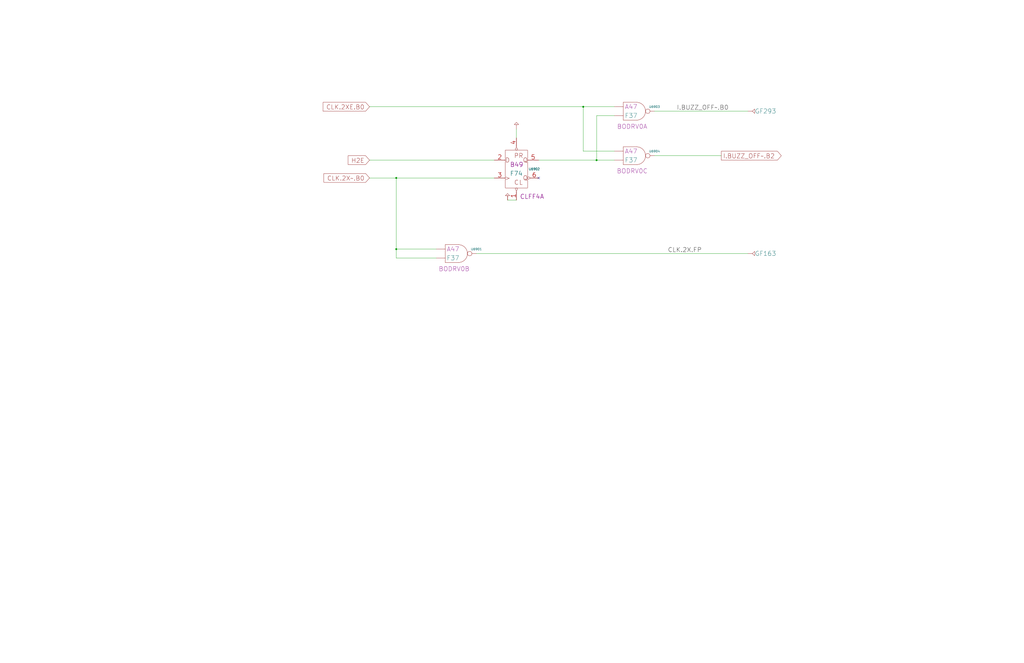
<source format=kicad_sch>
(kicad_sch (version 20230121) (generator eeschema)
  (paper "User" 584.2 378.46)
  (title_block (title "CLOCKS\\nBUZZ OFF") (date "22-SEP-90") (rev "2.0") (comment 1 "IOC") (comment 2 "232-003061") (comment 3 "S400") (comment 4 "RELEASED"))
  (lib_symbols
    (symbol "r1000:F37" (pin_numbers hide) (pin_names (offset 0) hide)
      (property "Reference" "U" (at 15.24 0 0))
      (property "Value" "F37" (at 1.905 -5.08 0))
      (property "Location" "___" (at 1.905 0 0))
      (property "Name" "______" (at 2.54 -12.7 0))
      (symbol "F37_0_1"
        (polyline (pts (xy -2.54 -7.62) (xy 5.08 -7.62)) (stroke (width 0.1524)))
        (polyline (pts (xy -2.54 2.54) (xy -2.54 -7.62)) (stroke (width 0.1524)))
        (polyline (pts (xy -2.54 2.54) (xy 5.08 2.54)) (stroke (width 0.1524)))
        (arc (start 5.08 -7.62) (mid 10.1282 -2.54) (end 5.08 2.54) (stroke (width 0.1524)))
        (circle (center 11.43 -2.54) (radius 1.27) (stroke (width 0.1524)))
      )
      (symbol "F37_0_2"
        (circle (center -3.81 -5.08) (radius 1.27) (stroke (width 0.1524)))
        (circle (center -3.81 0) (radius 1.27) (stroke (width 0.1524)))
        (arc (start -3.175 -7.62) (mid -2.134 -2.54) (end -3.175 2.54) (stroke (width 0.1524)))
        (polyline (pts (xy -3.175 -7.62) (xy 3.81 -7.62)) (stroke (width 0.1524)))
        (polyline (pts (xy -3.175 2.54) (xy 3.81 2.54)) (stroke (width 0.1524)))
        (arc (start 3.81 -7.62) (mid 7.5855 -5.8306) (end 10.16 -2.54) (stroke (width 0.1524)))
        (arc (start 10.16 -2.54) (mid 7.5827 0.7471) (end 3.81 2.54) (stroke (width 0.1524)))
      )
      (symbol "F37_1_1"
        (pin input line (at -7.62 0 0) (length 5.08) (name "D0") (number "1"))
        (pin input line (at -7.62 -5.08 0) (length 5.08) (name "D1") (number "2"))
        (pin output line (at 15.24 -2.54 180) (length 2.54) (name "Q") (number "3"))
      )
      (symbol "F37_1_2"
        (pin input line (at -7.62 0 0) (length 2.54) (name "D0") (number "1"))
        (pin input line (at -7.62 -5.08 0) (length 2.54) (name "D1") (number "2"))
        (pin output line (at 15.24 -2.54 180) (length 5.08) (name "Q") (number "3"))
      )
    )
    (symbol "r1000:F74" (pin_names (offset 1.016) hide)
      (property "Reference" "U" (at 12.7 -2.54 0))
      (property "Value" "F74" (at -1.27 -5.08 0))
      (property "Location" "___" (at -1.27 0 0))
      (property "Name" "______" (at 11.43 -19.685 0))
      (symbol "F74_0_1"
        (rectangle (start -3.81 8.255) (end 8.89 -13.335) (stroke (width 0.1524)))
        (polyline (pts (xy 2.54 -15.24) (xy 2.54 -14.605)) (stroke (width 0.1524)))
        (polyline (pts (xy 2.54 10.16) (xy 2.54 9.525)) (stroke (width 0.1524)))
      )
      (symbol "F74_1_1"
        (circle (center 2.54 -13.97) (radius 0.635))
        (circle (center 2.54 8.89) (radius 0.635))
        (circle (center 9.525 -7.62) (radius 0.635))
        (text ">" (at -2.54 -7.62 0) (effects (font (size 2.54 2.54))))
        (text "C" (at 2.54 -10.16 0) (effects (font (size 2.54 2.54))))
        (text "D" (at -2.54 2.54 0) (effects (font (size 2.54 2.54))))
        (text "L" (at 5.08 -10.16 0) (effects (font (size 2.54 2.54))))
        (text "P" (at 2.54 5.08 0) (effects (font (size 2.54 2.54))))
        (text "Q" (at 7.62 -7.62 0) (effects (font (size 2.54 2.54))))
        (text "Q" (at 7.62 2.54 0) (effects (font (size 2.54 2.54))))
        (text "R" (at 5.08 5.08 0) (effects (font (size 2.54 2.54))))
        (pin input line (at 2.54 -20.32 90) (length 5.08) (name "CL_") (number "1"))
        (pin input line (at -10.16 2.54 0) (length 6.35) (name "D") (number "2"))
        (pin input line (at -10.16 -7.62 0) (length 6.35) (name "CLK") (number "3"))
        (pin input line (at 2.54 15.24 270) (length 5.08) (name "PR_") (number "4"))
        (pin output line (at 15.24 2.54 180) (length 6.35) (name "Q") (number "5"))
        (pin output line (at 15.24 -7.62 180) (length 5.08) (name "Q_") (number "6"))
      )
    )
    (symbol "r1000:GF" (pin_numbers hide) (pin_names (offset 0) hide)
      (property "Reference" "GF" (at 3.81 0 0))
      (symbol "GF_0_1"
        (polyline (pts (xy 2.54 0) (xy 3.81 1.27) (xy 3.81 -1.27) (xy 2.54 0)) (stroke (width 0.1524)))
      )
      (symbol "GF_1_1"
        (pin bidirectional line (at 0 0 0) (length 2.54) (name "") (number "1"))
      )
    )
    (symbol "r1000:PU" (power) (pin_numbers hide) (pin_names hide)
      (symbol "PU_0_1"
        (polyline (pts (xy 0 2.54) (xy -1.27 2.54) (xy 0 3.81) (xy 1.27 2.54) (xy 0 2.54)) (stroke (width 0.1524)))
      )
      (symbol "PU_1_1"
        (pin power_in line (at 0 0 90) (length 2.54) (name "PU") (number "1"))
      )
    )
  )
  (junction (at 226.06 142.24))
  (junction (at 226.06 101.6))
  (junction (at 332.74 60.96))
  (junction (at 340.36 91.44))
  (no_connect (at 307.34 101.6))
  (wire (pts (xy 340.36 91.44) (xy 350.52 91.44)))
  (wire (pts (xy 226.06 101.6) (xy 281.94 101.6)))
  (wire (pts (xy 226.06 147.32) (xy 226.06 142.24)))
  (wire (pts (xy 210.82 91.44) (xy 281.94 91.44)))
  (wire (pts (xy 226.06 142.24) (xy 248.92 142.24)))
  (wire (pts (xy 373.38 88.9) (xy 411.48 88.9)))
  (wire (pts (xy 340.36 66.04) (xy 340.36 91.44)))
  (wire (pts (xy 332.74 86.36) (xy 350.52 86.36)))
  (wire (pts (xy 226.06 142.24) (xy 226.06 101.6)))
  (wire (pts (xy 350.52 66.04) (xy 340.36 66.04)))
  (wire (pts (xy 373.38 63.5) (xy 426.72 63.5)))
  (wire (pts (xy 332.74 60.96) (xy 332.74 86.36)))
  (wire (pts (xy 248.92 147.32) (xy 226.06 147.32)))
  (wire (pts (xy 210.82 101.6) (xy 226.06 101.6)))
  (wire (pts (xy 294.64 73.66) (xy 294.64 78.74)))
  (wire (pts (xy 289.56 114.3) (xy 294.64 114.3)))
  (wire (pts (xy 271.78 144.78) (xy 426.72 144.78)))
  (wire (pts (xy 332.74 60.96) (xy 350.52 60.96)))
  (wire (pts (xy 307.34 91.44) (xy 340.36 91.44)))
  (wire (pts (xy 210.82 60.96) (xy 332.74 60.96)))
  (label "CLK.2X.FP" (at 381 144.78 0) (effects (font (size 2.54 2.54))))
  (label "I.BUZZ_OFF~.B0" (at 386.08 63.5 0) (effects (font (size 2.54 2.54))))
  (global_label "I.BUZZ_OFF~.B2" (shape output) (at 411.48 88.9 0) (effects (font (size 2.54 2.54))) (property "Intersheetrefs" "${INTERSHEET_REFS}" (at 445.6974 88.7413 0) (effects (font (size 1.905 1.905)) (justify left))))
  (global_label "CLK.2X~.B0" (shape input) (at 210.82 101.6 180) (effects (font (size 2.54 2.54))) (property "Intersheetrefs" "${INTERSHEET_REFS}" (at 184.8273 101.4413 0) (effects (font (size 1.905 1.905)) (justify right))))
  (global_label "H2E" (shape input) (at 210.82 91.44 180) (effects (font (size 2.54 2.54))) (property "Intersheetrefs" "${INTERSHEET_REFS}" (at 198.6159 91.2813 0) (effects (font (size 1.905 1.905)) (justify right))))
  (global_label "CLK.2XE.B0" (shape input) (at 210.82 60.96 180) (effects (font (size 2.54 2.54))) (property "Intersheetrefs" "${INTERSHEET_REFS}" (at 184.3435 60.8013 0) (effects (font (size 1.905 1.905)) (justify right))))
  (symbol (lib_id "r1000:GF") (at 426.72 63.5 0) (unit 1)
    (property "Reference" "GF293" (at 430.53 63.5 0) (effects (font (size 2.54 2.54)) (justify left)))
    (property "Value" "GF" (effects hide))
  )
  (symbol (lib_id "r1000:PU") (at 289.56 114.3 0) (unit 1)
    (property "Reference" "#PWR06901" (effects hide))
    (property "Value" "PU" (effects hide))
  )
  (symbol (lib_id "r1000:F37") (at 256.54 142.24 0) (unit 1)
    (property "Reference" "U6901" (at 271.78 142.24 0))
    (property "Value" "F37" (at 258.445 147.32 0) (effects (font (size 2.54 2.54))))
    (property "Location" "A47" (at 258.445 142.24 0) (effects (font (size 2.54 2.54))))
    (property "Name" "BODRV0B" (at 259.08 154.94 0) (effects (font (size 2.54 2.54)) (justify bottom)))
  )
  (symbol (lib_id "r1000:GF") (at 426.72 144.78 0) (unit 1)
    (property "Reference" "GF163" (at 430.53 144.78 0) (effects (font (size 2.54 2.54)) (justify left)))
    (property "Value" "GF" (effects hide))
  )
  (symbol (lib_id "r1000:F74") (at 292.1 93.98 0) (unit 1)
    (property "Reference" "U6902" (at 304.8 96.52 0))
    (property "Value" "F74" (at 290.83 99.06 0) (effects (font (size 2.54 2.54)) (justify left)))
    (property "Location" "B49" (at 290.83 93.98 0) (effects (font (size 2.54 2.54)) (justify left)))
    (property "Name" "CLFF4A" (at 303.53 113.665 0) (effects (font (size 2.54 2.54)) (justify bottom)))
  )
  (symbol (lib_id "r1000:F37") (at 358.14 60.96 0) (unit 1)
    (property "Reference" "U6903" (at 373.38 60.96 0))
    (property "Value" "F37" (at 360.045 66.04 0) (effects (font (size 2.54 2.54))))
    (property "Location" "A47" (at 360.045 60.96 0) (effects (font (size 2.54 2.54))))
    (property "Name" "BODRV0A" (at 360.68 73.66 0) (effects (font (size 2.54 2.54)) (justify bottom)))
  )
  (symbol (lib_id "r1000:F37") (at 358.14 86.36 0) (unit 1)
    (property "Reference" "U6904" (at 373.38 86.36 0))
    (property "Value" "F37" (at 360.045 91.44 0) (effects (font (size 2.54 2.54))))
    (property "Location" "A47" (at 360.045 86.36 0) (effects (font (size 2.54 2.54))))
    (property "Name" "BODRV0C" (at 360.68 99.06 0) (effects (font (size 2.54 2.54)) (justify bottom)))
  )
  (symbol (lib_id "r1000:PU") (at 294.64 73.66 0) (unit 1)
    (property "Reference" "#PWR06902" (effects hide))
    (property "Value" "PU" (effects hide))
  )
)
</source>
